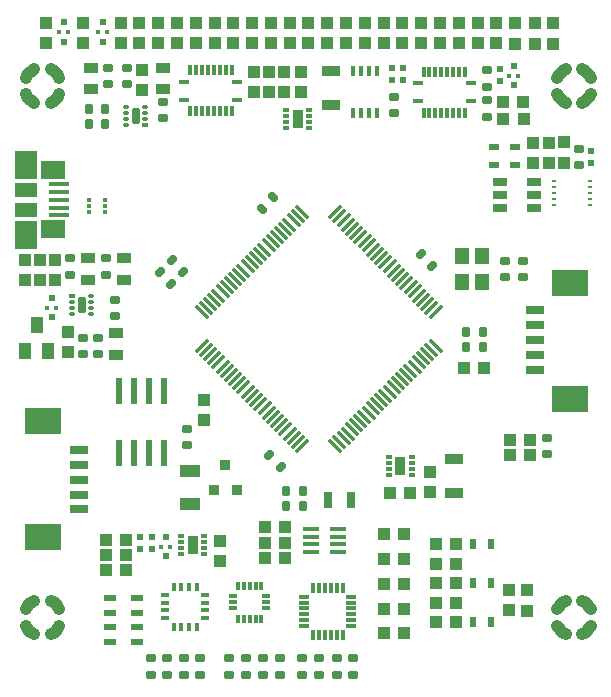
<source format=gtp>
%FSLAX25Y25*%
%MOIN*%
G70*
G01*
G75*
G04 Layer_Color=8421504*
%ADD10C,0.01000*%
%ADD11C,0.02000*%
%ADD12C,0.01300*%
%ADD13C,0.01200*%
%ADD14C,0.01500*%
%ADD15C,0.03000*%
%ADD16C,0.02500*%
%ADD17R,0.06700X0.01800*%
%ADD18R,0.08300X0.05900*%
%ADD19R,0.07500X0.09400*%
%ADD20R,0.07500X0.04700*%
%ADD21R,0.05118X0.02756*%
G04:AMPARAMS|DCode=22|XSize=24mil|YSize=36mil|CornerRadius=6mil|HoleSize=0mil|Usage=FLASHONLY|Rotation=270.000|XOffset=0mil|YOffset=0mil|HoleType=Round|Shape=RoundedRectangle|*
%AMROUNDEDRECTD22*
21,1,0.02400,0.02400,0,0,270.0*
21,1,0.01200,0.03600,0,0,270.0*
1,1,0.01200,-0.01200,-0.00600*
1,1,0.01200,-0.01200,0.00600*
1,1,0.01200,0.01200,0.00600*
1,1,0.01200,0.01200,-0.00600*
%
%ADD22ROUNDEDRECTD22*%
%ADD23R,0.04400X0.02400*%
G04:AMPARAMS|DCode=24|XSize=24mil|YSize=36mil|CornerRadius=6mil|HoleSize=0mil|Usage=FLASHONLY|Rotation=180.000|XOffset=0mil|YOffset=0mil|HoleType=Round|Shape=RoundedRectangle|*
%AMROUNDEDRECTD24*
21,1,0.02400,0.02400,0,0,180.0*
21,1,0.01200,0.03600,0,0,180.0*
1,1,0.01200,-0.00600,0.01200*
1,1,0.01200,0.00600,0.01200*
1,1,0.01200,0.00600,-0.01200*
1,1,0.01200,-0.00600,-0.01200*
%
%ADD24ROUNDEDRECTD24*%
%ADD25R,0.01200X0.03200*%
%ADD26R,0.03200X0.01200*%
%ADD27R,0.04400X0.04000*%
%ADD28R,0.04000X0.04400*%
G04:AMPARAMS|DCode=29|XSize=24mil|YSize=36mil|CornerRadius=6mil|HoleSize=0mil|Usage=FLASHONLY|Rotation=135.000|XOffset=0mil|YOffset=0mil|HoleType=Round|Shape=RoundedRectangle|*
%AMROUNDEDRECTD29*
21,1,0.02400,0.02400,0,0,135.0*
21,1,0.01200,0.03600,0,0,135.0*
1,1,0.01200,0.00424,0.01273*
1,1,0.01200,0.01273,0.00424*
1,1,0.01200,-0.00424,-0.01273*
1,1,0.01200,-0.01273,-0.00424*
%
%ADD29ROUNDEDRECTD29*%
%ADD30R,0.02400X0.02000*%
%ADD31R,0.04800X0.03200*%
%ADD32R,0.01600X0.01600*%
%ADD33R,0.02400X0.02400*%
%ADD34R,0.06300X0.03600*%
%ADD35R,0.03600X0.06300*%
%ADD36R,0.02000X0.01200*%
%ADD37R,0.07100X0.04000*%
%ADD38R,0.03200X0.03600*%
G04:AMPARAMS|DCode=39|XSize=28mil|YSize=56mil|CornerRadius=5.6mil|HoleSize=0mil|Usage=FLASHONLY|Rotation=0.000|XOffset=0mil|YOffset=0mil|HoleType=Round|Shape=RoundedRectangle|*
%AMROUNDEDRECTD39*
21,1,0.02800,0.04480,0,0,0.0*
21,1,0.01680,0.05600,0,0,0.0*
1,1,0.01120,0.00840,-0.02240*
1,1,0.01120,-0.00840,-0.02240*
1,1,0.01120,-0.00840,0.02240*
1,1,0.01120,0.00840,0.02240*
%
%ADD39ROUNDEDRECTD39*%
G04:AMPARAMS|DCode=40|XSize=20mil|YSize=12mil|CornerRadius=2.4mil|HoleSize=0mil|Usage=FLASHONLY|Rotation=0.000|XOffset=0mil|YOffset=0mil|HoleType=Round|Shape=RoundedRectangle|*
%AMROUNDEDRECTD40*
21,1,0.02000,0.00720,0,0,0.0*
21,1,0.01520,0.01200,0,0,0.0*
1,1,0.00480,0.00760,-0.00360*
1,1,0.00480,-0.00760,-0.00360*
1,1,0.00480,-0.00760,0.00360*
1,1,0.00480,0.00760,0.00360*
%
%ADD40ROUNDEDRECTD40*%
%ADD41R,0.02000X0.01200*%
G04:AMPARAMS|DCode=42|XSize=24mil|YSize=36mil|CornerRadius=6mil|HoleSize=0mil|Usage=FLASHONLY|Rotation=225.000|XOffset=0mil|YOffset=0mil|HoleType=Round|Shape=RoundedRectangle|*
%AMROUNDEDRECTD42*
21,1,0.02400,0.02400,0,0,225.0*
21,1,0.01200,0.03600,0,0,225.0*
1,1,0.01200,-0.01273,0.00424*
1,1,0.01200,-0.00424,0.01273*
1,1,0.01200,0.01273,-0.00424*
1,1,0.01200,0.00424,-0.01273*
%
%ADD42ROUNDEDRECTD42*%
%ADD43R,0.01800X0.01200*%
%ADD44R,0.02400X0.03600*%
%ADD45R,0.04000X0.05600*%
%ADD46R,0.01200X0.02600*%
%ADD47R,0.02600X0.01200*%
%ADD48R,0.02800X0.05200*%
G04:AMPARAMS|DCode=49|XSize=60mil|YSize=12mil|CornerRadius=0mil|HoleSize=0mil|Usage=FLASHONLY|Rotation=225.000|XOffset=0mil|YOffset=0mil|HoleType=Round|Shape=Rectangle|*
%AMROTATEDRECTD49*
4,1,4,0.01697,0.02546,0.02546,0.01697,-0.01697,-0.02546,-0.02546,-0.01697,0.01697,0.02546,0.0*
%
%ADD49ROTATEDRECTD49*%

G04:AMPARAMS|DCode=50|XSize=12mil|YSize=60mil|CornerRadius=0mil|HoleSize=0mil|Usage=FLASHONLY|Rotation=225.000|XOffset=0mil|YOffset=0mil|HoleType=Round|Shape=Rectangle|*
%AMROTATEDRECTD50*
4,1,4,-0.01697,0.02546,0.02546,-0.01697,0.01697,-0.02546,-0.02546,0.01697,-0.01697,0.02546,0.0*
%
%ADD50ROTATEDRECTD50*%

G04:AMPARAMS|DCode=51|XSize=12mil|YSize=59.06mil|CornerRadius=0mil|HoleSize=0mil|Usage=FLASHONLY|Rotation=225.000|XOffset=0mil|YOffset=0mil|HoleType=Round|Shape=Rectangle|*
%AMROTATEDRECTD51*
4,1,4,-0.01664,0.02512,0.02512,-0.01664,0.01664,-0.02512,-0.02512,0.01664,-0.01664,0.02512,0.0*
%
%ADD51ROTATEDRECTD51*%

%ADD52R,0.06299X0.03150*%
%ADD53R,0.12205X0.08661*%
%ADD54R,0.05200X0.01700*%
%ADD55R,0.02400X0.08700*%
%ADD56R,0.01400X0.03400*%
%ADD57R,0.01200X0.03400*%
%ADD58R,0.03400X0.01200*%
%ADD59R,0.03600X0.02400*%
%ADD60R,0.01575X0.00984*%
%ADD61R,0.04800X0.05600*%
%ADD62C,0.01800*%
%ADD63C,0.05000*%
%ADD64R,0.07400X0.02047*%
%ADD65R,0.03900X0.03500*%
%ADD66R,0.07300X0.04400*%
%ADD67P,0.07036X8X22.5*%
%ADD68C,0.17716*%
%ADD69R,0.01800X0.01800*%
%ADD70R,0.05906X0.05906*%
%ADD71C,0.05906*%
%ADD72P,0.07036X8X112.5*%
%ADD73C,0.02000*%
%ADD74C,0.02200*%
%ADD75C,0.02500*%
%ADD76C,0.04000*%
%ADD77C,0.02300*%
%ADD78C,0.03000*%
%ADD79C,0.04000*%
G04:AMPARAMS|DCode=80|XSize=40mil|YSize=40mil|CornerRadius=20mil|HoleSize=0mil|Usage=FLASHONLY|Rotation=0.000|XOffset=0mil|YOffset=0mil|HoleType=Round|Shape=RoundedRectangle|*
%AMROUNDEDRECTD80*
21,1,0.04000,0.00000,0,0,0.0*
21,1,0.00000,0.04000,0,0,0.0*
1,1,0.04000,0.00000,0.00000*
1,1,0.04000,0.00000,0.00000*
1,1,0.04000,0.00000,0.00000*
1,1,0.04000,0.00000,0.00000*
%
%ADD80ROUNDEDRECTD80*%
G04:AMPARAMS|DCode=81|XSize=40mil|YSize=40mil|CornerRadius=20mil|HoleSize=0mil|Usage=FLASHONLY|Rotation=270.000|XOffset=0mil|YOffset=0mil|HoleType=Round|Shape=RoundedRectangle|*
%AMROUNDEDRECTD81*
21,1,0.04000,0.00000,0,0,270.0*
21,1,0.00000,0.04000,0,0,270.0*
1,1,0.04000,0.00000,0.00000*
1,1,0.04000,0.00000,0.00000*
1,1,0.04000,0.00000,0.00000*
1,1,0.04000,0.00000,0.00000*
%
%ADD81ROUNDEDRECTD81*%
%ADD82R,0.02362X0.09843*%
%ADD83R,0.02400X0.03200*%
%ADD84R,0.03600X0.06300*%
%ADD85R,0.01400X0.07800*%
%ADD86R,0.05600X0.07500*%
%ADD87R,0.07100X0.05600*%
%ADD88R,0.03200X0.06000*%
%ADD89C,0.03500*%
%ADD90C,0.00400*%
%ADD91C,0.00600*%
%ADD92C,0.00800*%
%ADD93C,0.00500*%
%ADD94C,0.00984*%
%ADD95C,0.06300*%
%ADD96C,0.00787*%
%ADD97C,0.00591*%
%ADD98C,0.00700*%
%ADD99R,0.01800X0.03000*%
%ADD100R,0.03000X0.01800*%
%ADD101R,0.02376X0.04559*%
%ADD102C,0.03937*%
D17*
X-232500Y174000D02*
D03*
Y176600D02*
D03*
Y171441D02*
D03*
Y168882D02*
D03*
Y179200D02*
D03*
D18*
X-234500Y183900D02*
D03*
Y164157D02*
D03*
D19*
X-243600Y185700D02*
D03*
Y162386D02*
D03*
D20*
Y170703D02*
D03*
Y177300D02*
D03*
D21*
X-74061Y179982D02*
D03*
Y175651D02*
D03*
Y171320D02*
D03*
X-85676Y179982D02*
D03*
Y175651D02*
D03*
Y171320D02*
D03*
D03*
D22*
X-134500Y21256D02*
D03*
Y15744D02*
D03*
X-146000Y21256D02*
D03*
Y15744D02*
D03*
X-151500Y21256D02*
D03*
Y15744D02*
D03*
X-159000Y21256D02*
D03*
Y15744D02*
D03*
X-196500Y21256D02*
D03*
Y15744D02*
D03*
X-191000Y21256D02*
D03*
Y15744D02*
D03*
X-59100Y185544D02*
D03*
Y191056D02*
D03*
X-219600Y128025D02*
D03*
Y122513D02*
D03*
X-190000Y92244D02*
D03*
Y97756D02*
D03*
X-78000Y148244D02*
D03*
Y153756D02*
D03*
X-84000Y148244D02*
D03*
Y153756D02*
D03*
X-121000Y202844D02*
D03*
Y208356D02*
D03*
X-90000Y207156D02*
D03*
Y201644D02*
D03*
Y211644D02*
D03*
Y217156D02*
D03*
X-198000Y206756D02*
D03*
Y201244D02*
D03*
X-229000Y154630D02*
D03*
Y149118D02*
D03*
X-214000Y135244D02*
D03*
Y140756D02*
D03*
X-224600Y128025D02*
D03*
Y122513D02*
D03*
X-217000Y149044D02*
D03*
Y154556D02*
D03*
X-176000Y21256D02*
D03*
Y15744D02*
D03*
X-170333Y21256D02*
D03*
Y15744D02*
D03*
X-164667Y21256D02*
D03*
Y15744D02*
D03*
X-140000Y21256D02*
D03*
Y15744D02*
D03*
X-185500Y21256D02*
D03*
Y15744D02*
D03*
X-202000Y21256D02*
D03*
Y15744D02*
D03*
X-216077Y212544D02*
D03*
Y218056D02*
D03*
X-210000Y212544D02*
D03*
Y218056D02*
D03*
X-70000Y89213D02*
D03*
Y94725D02*
D03*
D23*
X-206669Y26600D02*
D03*
Y31500D02*
D03*
Y36461D02*
D03*
Y41382D02*
D03*
X-215400D02*
D03*
Y36461D02*
D03*
Y31500D02*
D03*
Y26600D02*
D03*
D24*
X-151244Y72000D02*
D03*
X-156756D02*
D03*
X-151244Y77000D02*
D03*
X-156756D02*
D03*
X-91342Y124831D02*
D03*
X-96854D02*
D03*
X-96756Y130000D02*
D03*
X-91244D02*
D03*
X-217144Y199300D02*
D03*
X-222656D02*
D03*
X-217144Y204300D02*
D03*
X-222656D02*
D03*
D25*
X-138000Y44727D02*
D03*
X-140000D02*
D03*
X-142000D02*
D03*
X-143984D02*
D03*
X-145953D02*
D03*
X-147921D02*
D03*
Y28953D02*
D03*
X-145953D02*
D03*
X-143984D02*
D03*
X-142000D02*
D03*
X-140000D02*
D03*
X-138000D02*
D03*
D26*
X-150874Y41774D02*
D03*
Y39806D02*
D03*
Y37837D02*
D03*
Y35853D02*
D03*
Y33853D02*
D03*
Y31853D02*
D03*
X-135100D02*
D03*
Y33853D02*
D03*
Y35853D02*
D03*
Y37837D02*
D03*
Y39806D02*
D03*
Y41774D02*
D03*
D27*
X-163846Y54500D02*
D03*
X-157100D02*
D03*
X-157154Y64873D02*
D03*
X-163900D02*
D03*
X-163846Y59686D02*
D03*
X-157100D02*
D03*
X-122165Y76216D02*
D03*
X-115419D02*
D03*
X-210154Y55761D02*
D03*
X-216900D02*
D03*
X-216846Y50761D02*
D03*
X-210100D02*
D03*
X-124197Y29500D02*
D03*
X-117450D02*
D03*
X-124197Y37750D02*
D03*
X-117450D02*
D03*
X-124197Y46000D02*
D03*
X-117450D02*
D03*
X-124197Y54250D02*
D03*
X-117450D02*
D03*
X-124197Y62500D02*
D03*
X-117450D02*
D03*
X-77653Y201000D02*
D03*
X-84400D02*
D03*
X-106945Y39700D02*
D03*
X-100198D02*
D03*
X-106945Y52700D02*
D03*
X-100198D02*
D03*
X-106945Y46200D02*
D03*
X-100198D02*
D03*
X-106945Y33200D02*
D03*
X-100198D02*
D03*
X-106945Y59200D02*
D03*
X-100198D02*
D03*
X-216846Y60761D02*
D03*
X-210100D02*
D03*
X-77754Y206500D02*
D03*
X-84500D02*
D03*
X-90952Y118031D02*
D03*
X-97698D02*
D03*
X-82346Y93969D02*
D03*
X-75600D02*
D03*
X-82346Y88969D02*
D03*
X-75600D02*
D03*
D28*
X-229600Y123223D02*
D03*
Y129969D02*
D03*
X-243900Y147153D02*
D03*
Y153900D02*
D03*
X-184046Y100654D02*
D03*
Y107400D02*
D03*
X-167600Y209954D02*
D03*
Y216700D02*
D03*
X-162600Y216646D02*
D03*
Y209900D02*
D03*
X-157400Y216646D02*
D03*
Y209900D02*
D03*
X-109000Y76654D02*
D03*
Y83400D02*
D03*
X-179000Y60346D02*
D03*
Y53600D02*
D03*
X-234000Y147153D02*
D03*
Y153900D02*
D03*
X-238900Y147153D02*
D03*
Y153900D02*
D03*
X-149371Y226154D02*
D03*
Y232900D02*
D03*
X-143111Y226154D02*
D03*
Y232900D02*
D03*
X-82576Y37150D02*
D03*
Y43896D02*
D03*
X-136852Y226154D02*
D03*
Y232900D02*
D03*
X-68000Y232846D02*
D03*
Y226100D02*
D03*
X-86778Y226154D02*
D03*
Y232900D02*
D03*
X-93037Y226154D02*
D03*
Y232900D02*
D03*
X-99296Y226154D02*
D03*
Y232900D02*
D03*
X-111815Y226154D02*
D03*
Y232900D02*
D03*
X-80519Y232846D02*
D03*
Y226100D02*
D03*
X-118074Y226154D02*
D03*
Y232900D02*
D03*
X-76500Y43843D02*
D03*
Y37096D02*
D03*
X-155630Y226154D02*
D03*
Y232900D02*
D03*
X-161889Y226154D02*
D03*
Y232900D02*
D03*
X-168148Y226154D02*
D03*
Y232900D02*
D03*
X-174407Y226154D02*
D03*
Y232900D02*
D03*
X-186926Y226154D02*
D03*
Y232900D02*
D03*
X-193185Y226154D02*
D03*
Y232900D02*
D03*
X-199444Y226154D02*
D03*
Y232900D02*
D03*
X-237000Y226154D02*
D03*
Y232900D02*
D03*
X-224482Y226154D02*
D03*
Y232900D02*
D03*
X-211963Y226154D02*
D03*
Y232900D02*
D03*
X-205704Y226154D02*
D03*
Y232900D02*
D03*
X-180667Y226154D02*
D03*
Y232900D02*
D03*
X-105556Y226154D02*
D03*
Y232900D02*
D03*
X-124334Y226154D02*
D03*
Y232900D02*
D03*
X-130593Y226154D02*
D03*
Y232900D02*
D03*
X-74000Y232846D02*
D03*
Y226100D02*
D03*
X-205000Y217347D02*
D03*
Y210600D02*
D03*
X-152000Y209954D02*
D03*
Y216700D02*
D03*
X-69200Y193146D02*
D03*
Y186400D02*
D03*
X-74700Y193046D02*
D03*
Y186300D02*
D03*
X-64200Y186454D02*
D03*
Y193200D02*
D03*
D29*
X-191051Y150051D02*
D03*
X-194949Y153949D02*
D03*
X-162549Y88949D02*
D03*
X-158651Y85051D02*
D03*
X-195051Y146051D02*
D03*
X-198949Y149949D02*
D03*
X-111949Y155949D02*
D03*
X-108051Y152051D02*
D03*
D30*
X-55100Y186332D02*
D03*
Y190300D02*
D03*
X-201500Y57793D02*
D03*
Y61761D02*
D03*
X-205500Y57793D02*
D03*
Y61761D02*
D03*
X-85600Y213531D02*
D03*
Y217500D02*
D03*
X-121500Y214131D02*
D03*
Y218100D02*
D03*
X-118000Y214032D02*
D03*
Y218000D02*
D03*
D31*
X-223000Y147457D02*
D03*
Y154600D02*
D03*
X-213600Y122469D02*
D03*
Y129613D02*
D03*
X-211000Y154600D02*
D03*
Y147457D02*
D03*
X-222000Y218100D02*
D03*
Y210957D02*
D03*
X-198000Y218100D02*
D03*
Y210957D02*
D03*
D32*
X-233400Y138074D02*
D03*
X-236575D02*
D03*
X-198600Y58361D02*
D03*
X-195425D02*
D03*
X-82600Y215400D02*
D03*
X-79425D02*
D03*
X-229400Y230000D02*
D03*
X-232575D02*
D03*
X-216400D02*
D03*
X-219575D02*
D03*
D33*
X-235000Y134874D02*
D03*
Y141224D02*
D03*
X-197000Y61561D02*
D03*
Y55212D02*
D03*
X-81000Y218600D02*
D03*
Y212250D02*
D03*
X-231000Y226800D02*
D03*
Y233150D02*
D03*
X-218000Y226800D02*
D03*
Y233150D02*
D03*
D34*
X-101000Y87709D02*
D03*
Y76200D02*
D03*
X-142000Y205591D02*
D03*
Y217100D02*
D03*
D35*
X-118819Y85216D02*
D03*
X-188000Y59000D02*
D03*
X-153000Y201000D02*
D03*
D36*
X-122559Y88168D02*
D03*
Y86200D02*
D03*
Y84216D02*
D03*
Y82216D02*
D03*
X-115019D02*
D03*
Y84216D02*
D03*
Y86200D02*
D03*
Y88168D02*
D03*
X-191740Y61953D02*
D03*
Y59984D02*
D03*
Y58000D02*
D03*
Y56000D02*
D03*
X-184200D02*
D03*
Y58000D02*
D03*
Y59984D02*
D03*
Y61953D02*
D03*
X-156740Y203953D02*
D03*
Y201984D02*
D03*
Y200000D02*
D03*
Y198000D02*
D03*
X-149200D02*
D03*
Y200000D02*
D03*
Y201984D02*
D03*
Y203953D02*
D03*
D37*
X-189000Y83812D02*
D03*
Y72700D02*
D03*
D38*
X-180840Y77271D02*
D03*
X-173300D02*
D03*
X-177100Y85608D02*
D03*
D39*
X-225000Y139000D02*
D03*
X-207000Y202000D02*
D03*
D40*
X-221800Y142000D02*
D03*
Y140000D02*
D03*
Y138016D02*
D03*
Y136047D02*
D03*
X-228150D02*
D03*
Y138016D02*
D03*
Y140000D02*
D03*
X-210200Y199000D02*
D03*
Y201000D02*
D03*
Y202984D02*
D03*
Y204953D02*
D03*
X-203850D02*
D03*
Y202984D02*
D03*
Y201000D02*
D03*
D41*
X-228150Y142000D02*
D03*
X-203850Y199000D02*
D03*
D42*
X-161051Y174949D02*
D03*
X-164949Y171051D02*
D03*
D43*
X-217300Y173968D02*
D03*
Y172000D02*
D03*
Y170000D02*
D03*
X-222657Y172000D02*
D03*
Y173968D02*
D03*
Y170000D02*
D03*
D44*
X-94551Y33200D02*
D03*
X-88598D02*
D03*
X-94551Y46200D02*
D03*
X-88598D02*
D03*
X-94551Y59200D02*
D03*
X-88598D02*
D03*
D45*
X-243740Y123669D02*
D03*
X-236200D02*
D03*
X-240000Y132400D02*
D03*
D46*
X-173000Y34433D02*
D03*
X-171000Y34433D02*
D03*
X-169000D02*
D03*
X-167032D02*
D03*
X-165063D02*
D03*
Y45227D02*
D03*
X-167032D02*
D03*
X-169000D02*
D03*
X-171000D02*
D03*
X-173000Y45227D02*
D03*
X-186661Y31760D02*
D03*
X-189220D02*
D03*
X-191780D02*
D03*
X-194339D02*
D03*
Y45146D02*
D03*
X-191780D02*
D03*
X-189220D02*
D03*
X-186661D02*
D03*
D47*
X-163606Y37858D02*
D03*
Y39827D02*
D03*
Y41827D02*
D03*
X-174400D02*
D03*
Y39827D02*
D03*
Y37858D02*
D03*
X-197193Y34614D02*
D03*
Y37173D02*
D03*
Y39732D02*
D03*
X-197193Y42291D02*
D03*
X-183807D02*
D03*
Y39732D02*
D03*
Y37173D02*
D03*
Y34614D02*
D03*
D48*
X-135260Y74000D02*
D03*
X-142800D02*
D03*
D49*
X-106971Y136513D02*
D03*
X-108385Y137927D02*
D03*
X-109799Y139341D02*
D03*
X-111142Y140685D02*
D03*
X-112557Y142099D02*
D03*
X-113971Y143513D02*
D03*
X-115314Y144857D02*
D03*
X-116728Y146271D02*
D03*
X-118143Y147685D02*
D03*
X-119486Y149028D02*
D03*
X-120900Y150443D02*
D03*
X-122315Y151857D02*
D03*
X-123729Y153271D02*
D03*
X-125121Y154663D02*
D03*
X-126513Y156055D02*
D03*
X-127905Y157447D02*
D03*
X-129297Y158839D02*
D03*
X-130689Y160231D02*
D03*
X-132081Y161623D02*
D03*
X-133473Y163015D02*
D03*
X-134865Y164407D02*
D03*
X-136256Y165799D02*
D03*
X-137648Y167191D02*
D03*
X-139040Y168582D02*
D03*
X-140432Y169975D02*
D03*
X-184977Y125430D02*
D03*
X-183585Y124038D02*
D03*
X-182193Y122646D02*
D03*
X-180801Y121254D02*
D03*
X-179409Y119862D02*
D03*
X-178017Y118470D02*
D03*
X-176626Y117078D02*
D03*
X-175234Y115686D02*
D03*
X-173842Y114294D02*
D03*
X-172450Y112902D02*
D03*
X-171058Y111510D02*
D03*
X-169666Y110118D02*
D03*
X-168274Y108726D02*
D03*
X-166860Y107312D02*
D03*
X-165445Y105898D02*
D03*
X-164031Y104483D02*
D03*
X-162688Y103140D02*
D03*
X-161273Y101726D02*
D03*
X-159859Y100312D02*
D03*
X-158516Y98968D02*
D03*
X-157102Y97554D02*
D03*
X-155687Y96140D02*
D03*
X-154344Y94796D02*
D03*
X-152930Y93382D02*
D03*
X-151515Y91968D02*
D03*
D50*
X-151568Y169975D02*
D03*
X-152960Y168583D02*
D03*
X-154352Y167191D02*
D03*
X-155744Y165799D02*
D03*
X-157136Y164407D02*
D03*
X-158528Y163015D02*
D03*
X-159920Y161623D02*
D03*
X-161311Y160231D02*
D03*
X-162703Y158839D02*
D03*
X-164095Y157447D02*
D03*
X-165487Y156055D02*
D03*
X-166879Y154663D02*
D03*
X-168271Y153271D02*
D03*
X-169685Y151857D02*
D03*
X-171099Y150443D02*
D03*
X-172514Y149029D02*
D03*
X-173857Y147685D02*
D03*
X-176686Y144857D02*
D03*
X-178029Y143513D02*
D03*
X-179443Y142099D02*
D03*
X-180858Y140685D02*
D03*
X-182201Y139341D02*
D03*
X-183615Y137927D02*
D03*
X-185029Y136513D02*
D03*
X-140484Y91968D02*
D03*
X-139070Y93382D02*
D03*
X-137656Y94796D02*
D03*
X-136313Y96140D02*
D03*
X-134898Y97554D02*
D03*
X-133484Y98968D02*
D03*
X-132141Y100312D02*
D03*
X-130726Y101726D02*
D03*
X-129312Y103140D02*
D03*
X-127969Y104483D02*
D03*
X-126555Y105898D02*
D03*
X-125140Y107312D02*
D03*
X-123726Y108726D02*
D03*
X-122334Y110118D02*
D03*
X-120942Y111510D02*
D03*
X-119550Y112902D02*
D03*
X-118158Y114294D02*
D03*
X-116766Y115686D02*
D03*
X-115374Y117078D02*
D03*
X-113982Y118470D02*
D03*
X-112591Y119862D02*
D03*
X-111198Y121254D02*
D03*
X-109807Y122646D02*
D03*
X-108415Y124038D02*
D03*
X-107023Y125429D02*
D03*
D51*
X-175272Y146270D02*
D03*
D52*
X-74000Y117473D02*
D03*
Y122394D02*
D03*
Y127315D02*
D03*
Y132236D02*
D03*
Y137157D02*
D03*
X-226000Y90528D02*
D03*
Y85606D02*
D03*
Y80685D02*
D03*
Y75764D02*
D03*
Y70843D02*
D03*
D53*
X-62200Y107699D02*
D03*
X-62189Y146409D02*
D03*
X-237800Y100301D02*
D03*
X-237811Y61591D02*
D03*
D54*
X-148700Y56661D02*
D03*
Y59220D02*
D03*
Y61800D02*
D03*
Y64400D02*
D03*
X-139374D02*
D03*
Y61800D02*
D03*
Y59220D02*
D03*
Y56661D02*
D03*
D55*
X-212500Y110300D02*
D03*
X-207500D02*
D03*
X-202500D02*
D03*
X-197500D02*
D03*
Y89700D02*
D03*
X-202500D02*
D03*
X-207500D02*
D03*
X-212500D02*
D03*
D56*
X-126661Y203100D02*
D03*
Y217088D02*
D03*
X-134400D02*
D03*
X-131800D02*
D03*
X-134400Y203100D02*
D03*
X-131800D02*
D03*
X-129220Y217088D02*
D03*
Y203100D02*
D03*
D57*
X-188800Y203510D02*
D03*
X-186900D02*
D03*
X-184900D02*
D03*
X-182900D02*
D03*
X-180916D02*
D03*
X-178947D02*
D03*
X-176979D02*
D03*
X-175010D02*
D03*
Y217300D02*
D03*
X-176979D02*
D03*
X-178947D02*
D03*
X-180916D02*
D03*
X-182900D02*
D03*
X-184900D02*
D03*
X-186900D02*
D03*
X-188800D02*
D03*
X-110976Y203006D02*
D03*
X-109076D02*
D03*
X-107076D02*
D03*
X-105076D02*
D03*
X-103092D02*
D03*
X-101123D02*
D03*
X-99155D02*
D03*
X-97186D02*
D03*
Y216796D02*
D03*
X-99155D02*
D03*
X-101123D02*
D03*
X-103092D02*
D03*
X-105076D02*
D03*
X-107076D02*
D03*
X-109076D02*
D03*
X-110976D02*
D03*
D58*
X-173042Y207447D02*
D03*
Y213400D02*
D03*
X-190800D02*
D03*
Y207447D02*
D03*
X-95218Y206943D02*
D03*
Y212896D02*
D03*
X-112976D02*
D03*
Y206943D02*
D03*
D59*
X-87700Y191653D02*
D03*
Y185700D02*
D03*
X-80700Y185747D02*
D03*
Y191700D02*
D03*
D60*
X-55500Y172300D02*
D03*
Y174268D02*
D03*
Y176237D02*
D03*
Y178206D02*
D03*
Y180174D02*
D03*
X-67563D02*
D03*
Y178206D02*
D03*
Y176237D02*
D03*
Y174268D02*
D03*
Y172300D02*
D03*
D61*
X-98346Y146600D02*
D03*
Y155331D02*
D03*
X-91600Y146600D02*
D03*
Y155331D02*
D03*
D102*
X-232432Y37618D02*
X-232950Y38474D01*
X-233598Y39236D01*
X-234360Y39885D01*
X-235216Y40402D01*
Y29267D02*
X-234360Y29785D01*
X-233598Y30433D01*
X-232950Y31195D01*
X-232432Y32051D01*
X-243568D02*
X-243050Y31195D01*
X-242402Y30433D01*
X-241640Y29785D01*
X-240784Y29267D01*
Y40402D02*
X-241640Y39885D01*
X-242402Y39236D01*
X-243050Y38474D01*
X-243568Y37618D01*
X-63618Y40402D02*
X-64474Y39885D01*
X-65236Y39236D01*
X-65885Y38474D01*
X-66402Y37618D01*
Y32051D02*
X-65885Y31195D01*
X-65236Y30433D01*
X-64474Y29785D01*
X-63618Y29267D01*
X-58051D02*
X-57195Y29785D01*
X-56433Y30433D01*
X-55785Y31195D01*
X-55267Y32051D01*
Y37618D02*
X-55785Y38474D01*
X-56433Y39236D01*
X-57195Y39885D01*
X-58051Y40402D01*
X-55267Y214784D02*
X-55785Y215640D01*
X-56433Y216402D01*
X-57195Y217050D01*
X-58051Y217568D01*
Y206432D02*
X-57195Y206950D01*
X-56433Y207598D01*
X-55785Y208360D01*
X-55267Y209216D01*
X-66402D02*
X-65885Y208360D01*
X-65236Y207598D01*
X-64474Y206950D01*
X-63618Y206432D01*
Y217568D02*
X-64474Y217050D01*
X-65236Y216402D01*
X-65885Y215640D01*
X-66402Y214784D01*
X-240784Y217568D02*
X-241640Y217050D01*
X-242402Y216402D01*
X-243050Y215640D01*
X-243568Y214784D01*
Y209216D02*
X-243050Y208360D01*
X-242402Y207598D01*
X-241640Y206950D01*
X-240784Y206432D01*
X-235216D02*
X-234360Y206950D01*
X-233598Y207598D01*
X-232950Y208360D01*
X-232432Y209216D01*
Y214784D02*
X-232950Y215640D01*
X-233598Y216402D01*
X-234360Y217050D01*
X-235216Y217568D01*
M02*

</source>
